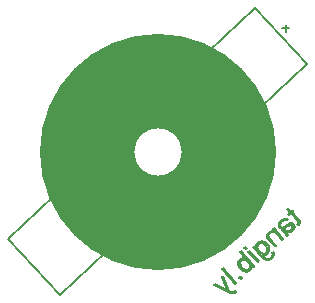
<source format=gbo>
%FSLAX33Y33*%
%MOMM*%
%ADD10C,0.15*%
%ADD11C,0.2032*%
%ADD12C,20.X4.*%
D10*
%LNbottom silkscreen_traces*%
%LNbottom silkscreen component 221ee5476048cbbc*%
G01*
X20923Y24838D02*
X25331Y20145D01*
X4477Y0562D02*
X0069Y5255D01*
D11*
X24527Y6552D02*
X24582Y6470D01*
X24578Y6468*
X24612Y6491*
X24642Y6515*
X24668Y6538*
X24704Y6575*
X24732Y6610*
X24752Y6642*
X24764Y6672*
X24771Y6700*
X24773Y6727*
X24771Y6752*
X24764Y6775*
X24750Y6804*
X24720Y6847*
X24676Y6901*
X24616Y6967*
X24068Y7551*
X24186Y7662*
X24138Y7713*
X24020Y7602*
X23784Y7854*
X23649Y7825*
X23934Y7521*
X23772Y7369*
X23820Y7318*
X23982Y7470*
X24539Y6877*
X24569Y6844*
X24593Y6815*
X24611Y6789*
X24624Y6764*
X24630Y6741*
X24633Y6719*
X24631Y6697*
X24627Y6674*
X24618Y6651*
X24605Y6629*
X24588Y6608*
X24569Y6588*
X24552Y6573*
X24533Y6557*
X24511Y6541*
X24527Y6552*
X23612Y5851D02*
X23776Y5865D01*
X23843Y5875*
X23904Y5890*
X23958Y5909*
X24009Y5933*
X24058Y5962*
X24105Y5996*
X24150Y6034*
X24214Y6104*
X24261Y6171*
X24290Y6238*
X24303Y6305*
X24301Y6369*
X24287Y6429*
X24259Y6486*
X24216Y6541*
X24187Y6568*
X24156Y6591*
X24123Y6610*
X24087Y6624*
X24050Y6634*
X24013Y6639*
X23977Y6640*
X23940Y6637*
X23903Y6629*
X23865Y6618*
X23828Y6604*
X23791Y6586*
X23761Y6569*
X23724Y6545*
X23681Y6515*
X23631Y6479*
X23527Y6405*
X23435Y6344*
X23353Y6296*
X23251Y6244*
X23211Y6285*
X23199Y6297*
X23190Y6306*
X23183Y6314*
X23140Y6367*
X23107Y6421*
X23089Y6477*
X23085Y6533*
X23100Y6602*
X23131Y6668*
X23175Y6731*
X23234Y6793*
X23293Y6844*
X23352Y6883*
X23410Y6910*
X23468Y6925*
X23527Y6925*
X23588Y6912*
X23650Y6887*
X23674Y6873*
X23748Y6965*
X23741Y6970*
X23689Y6995*
X23640Y7013*
X23593Y7024*
X23545Y7027*
X23496Y7023*
X23443Y7010*
X23388Y6990*
X23330Y6961*
X23272Y6925*
X23214Y6882*
X23155Y6830*
X23101Y6777*
X23057Y6725*
X23021Y6676*
X22995Y6630*
X22976Y6587*
X22963Y6547*
X22957Y6511*
X22956Y6479*
X22960Y6447*
X22969Y6415*
X22983Y6381*
X23001Y6346*
X23018Y6322*
X23045Y6289*
X23081Y6247*
X23127Y6198*
X23328Y5983*
X23424Y5880*
X23499Y5796*
X23554Y5730*
X23590Y5683*
X23614Y5643*
X23634Y5602*
X23650Y5559*
X23640Y5596*
X23723Y5674*
X23722Y5678*
X23707Y5710*
X23688Y5743*
X23612Y5851*
X23380Y6180D02*
X23380Y6180D01*
X23446Y6209*
X23521Y6250*
X23606Y6302*
X23700Y6366*
X23753Y6402*
X23799Y6431*
X23839Y6452*
X23871Y6466*
X23900Y6474*
X23928Y6478*
X23956Y6478*
X23984Y6473*
X24010Y6465*
X24035Y6453*
X24057Y6437*
X24078Y6418*
X24104Y6384*
X24121Y6347*
X24130Y6308*
X24130Y6265*
X24121Y6220*
X24100Y6176*
X24069Y6132*
X24028Y6088*
X23980Y6048*
X23930Y6015*
X23878Y5990*
X23824Y5973*
X23769Y5963*
X23716Y5962*
X23664Y5969*
X23613Y5984*
X23573Y6004*
X23530Y6034*
X23484Y6073*
X23436Y6121*
X23380Y6180*
X23344Y5318D02*
X22521Y6194D01*
X22450Y6128*
X22636Y5929*
X22383Y5957*
X22280Y5943*
X22183Y5901*
X22089Y5829*
X22053Y5792*
X22021Y5752*
X21995Y5711*
X21973Y5668*
X21957Y5625*
X21947Y5585*
X21943Y5547*
X21945Y5512*
X21952Y5476*
X21963Y5440*
X21979Y5403*
X21999Y5367*
X22018Y5340*
X22046Y5304*
X22084Y5261*
X22131Y5209*
X22645Y4662*
X22732Y4744*
X22224Y5285*
X22180Y5334*
X22144Y5380*
X22115Y5424*
X22094Y5466*
X22081Y5507*
X22076Y5551*
X22077Y5595*
X22086Y5639*
X22102Y5682*
X22124Y5723*
X22152Y5761*
X22186Y5797*
X22246Y5845*
X22312Y5880*
X22382Y5903*
X22460Y5912*
X22543Y5901*
X22629Y5864*
X22716Y5802*
X22803Y5719*
X23257Y5236*
X23344Y5318*
X22500Y4226D02*
X22426Y4133D01*
X22435Y4119*
X22454Y4070*
X22463Y4021*
X22460Y3971*
X22442Y3911*
X22413Y3853*
X22373Y3798*
X22322Y3744*
X22262Y3694*
X22202Y3655*
X22141Y3627*
X22079Y3613*
X22019Y3611*
X21959Y3620*
X21902Y3639*
X21845Y3669*
X21805Y3699*
X21757Y3743*
X21699Y3801*
X21547Y3961*
X21769Y3957*
X21857Y3974*
X21938Y4011*
X22012Y4068*
X22089Y4155*
X22140Y4248*
X22166Y4346*
X22167Y4452*
X22146Y4561*
X22106Y4666*
X22047Y4766*
X21969Y4862*
X21907Y4923*
X21842Y4975*
X21773Y5019*
X21701Y5055*
X21629Y5081*
X21558Y5097*
X21489Y5101*
X21420Y5095*
X21353Y5079*
X21289Y5051*
X21228Y5014*
X21169Y4965*
X21103Y4889*
X21060Y4805*
X21037Y4713*
X21032Y4479*
X20874Y4648*
X20799Y4578*
X21535Y3794*
X21633Y3695*
X21720Y3619*
X21795Y3566*
X21858Y3534*
X21917Y3517*
X21978Y3509*
X22041Y3511*
X22107Y3524*
X22174Y3546*
X22241Y3581*
X22309Y3626*
X22377Y3684*
X22449Y3760*
X22504Y3837*
X22542Y3914*
X22564Y3990*
X22569Y4064*
X22554Y4134*
X22519Y4203*
X22500Y4226*
X21830Y4753D02*
X21830Y4753D01*
X21907Y4661*
X21963Y4574*
X21998Y4490*
X22012Y4410*
X22008Y4336*
X21989Y4267*
X21955Y4205*
X21906Y4149*
X21848Y4105*
X21784Y4075*
X21715Y4060*
X21640Y4060*
X21561Y4078*
X21481Y4117*
X21398Y4177*
X21313Y4258*
X21241Y4344*
X21189Y4429*
X21156Y4512*
X21143Y4593*
X21148Y4670*
X21166Y4740*
X21199Y4802*
X21247Y4857*
X21304Y4900*
X21367Y4929*
X21436Y4942*
X21511Y4942*
X21590Y4923*
X21670Y4886*
X21749Y4829*
X21830Y4753*
X20246Y4529D02*
X20141Y4640D01*
X20054Y4559*
X20159Y4447*
X20246Y4529*
X21304Y3402D02*
X20481Y4279D01*
X20394Y4197*
X21217Y3321*
X21304Y3402*
X20823Y2951D02*
X20898Y3022D01*
X19736Y4260*
X19649Y4178*
X20139Y3656*
X19913Y3666*
X19825Y3650*
X19745Y3614*
X19670Y3557*
X19633Y3519*
X19601Y3477*
X19573Y3433*
X19550Y3385*
X19533Y3336*
X19522Y3287*
X19517Y3237*
X19518Y3188*
X19525Y3137*
X19538Y3085*
X19555Y3032*
X19579Y2977*
X19608Y2923*
X19641Y2870*
X19680Y2819*
X19723Y2770*
X19834Y2666*
X19944Y2591*
X20055Y2543*
X20166Y2521*
X20274Y2523*
X20372Y2544*
X20461Y2585*
X20542Y2647*
X20605Y2721*
X20646Y2802*
X20663Y2891*
X20652Y3133*
X20823Y2951*
X20369Y3363D02*
X20369Y3363D01*
X20441Y3281*
X20496Y3205*
X20534Y3135*
X20555Y3072*
X20565Y2979*
X20553Y2895*
X20520Y2820*
X20466Y2755*
X20409Y2712*
X20346Y2685*
X20275Y2673*
X20197Y2675*
X20115Y2695*
X20032Y2735*
X19948Y2795*
X19863Y2876*
X19786Y2967*
X19730Y3055*
X19694Y3139*
X19679Y3220*
X19682Y3295*
X19698Y3363*
X19729Y3424*
X19775Y3476*
X19831Y3519*
X19895Y3546*
X19965Y3558*
X20043Y3556*
X20125Y3537*
X20206Y3498*
X20288Y3440*
X20369Y3363*
X19832Y2021D02*
X19730Y2130D01*
X19620Y2027*
X19723Y1918*
X19832Y2021*
X19372Y1588D02*
X18210Y2827D01*
X18123Y2745*
X19285Y1507*
X19372Y1588*
X19324Y0838D02*
X19263Y0920D01*
X19282Y0950*
X19261Y0921*
X19239Y0894*
X19216Y0871*
X19186Y0845*
X19155Y0824*
X19124Y0807*
X19092Y0796*
X19060Y0790*
X19029Y0789*
X18998Y0791*
X18966Y0797*
X18936Y0807*
X18898Y0823*
X18851Y0846*
X18794Y0875*
X18784Y0880*
X18773Y0886*
X18759Y0892*
X18726Y0909*
X18213Y2149*
X18119Y2061*
X18424Y1358*
X18455Y1288*
X18488Y1218*
X18523Y1148*
X18648Y0910*
X18423Y1051*
X18357Y1090*
X18290Y1127*
X18223Y1162*
X17531Y1509*
X17449Y1432*
X18653Y0837*
X18748Y0791*
X18827Y0755*
X18891Y0727*
X18939Y0709*
X18992Y0694*
X19040Y0686*
X19084Y0684*
X19123Y0687*
X19160Y0696*
X19195Y0711*
X19230Y0733*
X19264Y0761*
X19283Y0781*
X19302Y0805*
X19321Y0833*
X19324Y0838*
D10*
X20923Y24838D02*
X0069Y5255D01*
X25331Y20145D02*
X4477Y0562D01*
D12*
X12700Y12700D03*
%LNtext*%
D11*
X23570Y22833D02*
X23570Y23132D01*
X23867Y23132*
X23867Y23156*
X23570Y23156*
X23570Y23453*
X23546Y23453*
X23546Y23156*
X23249Y23156*
X23249Y23132*
X23546Y23132*
X23546Y22833*
X23570Y22833*
M02*
</source>
